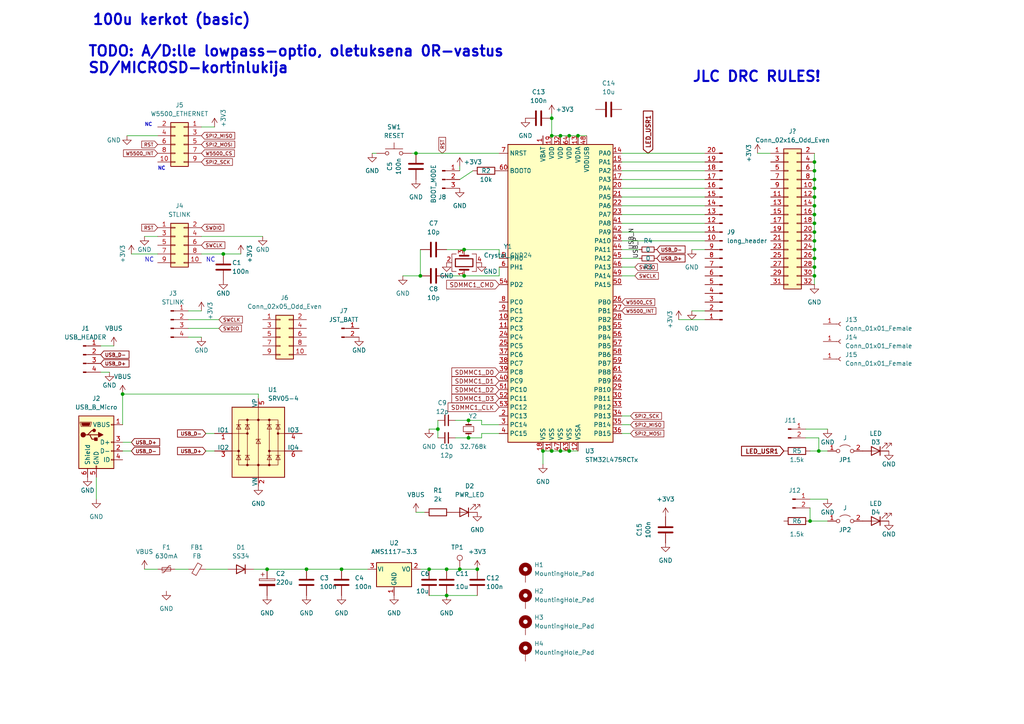
<source format=kicad_sch>
(kicad_sch (version 20211123) (generator eeschema)
  (paper "A4")
  (title_block (title "STM32L475 protoboard") (rev "A") (company "OH3HZB"))
  (junction (at 234.95 151.13))
  (junction (at 236.22 74.93))
  (junction (at 349.25 96.52))
  (junction (at 349.25 140.97))
  (junction (at 344.17 132.08))
  (junction (at 160.02 39.37))
  (junction (at 349.25 106.68))
  (junction (at 129.54 165.1))
  (junction (at 124.46 165.1))
  (junction (at 236.22 57.15))
  (junction (at 165.1 39.37))
  (junction (at 160.02 34.29))
  (junction (at 349.25 124.46))
  (junction (at 64.77 73.66))
  (junction (at 127 124.46))
  (junction (at 355.6 109.22))
  (junction (at 134.62 72.39))
  (junction (at 236.22 59.69))
  (junction (at 157.48 130.81))
  (junction (at 236.22 72.39))
  (junction (at 135.89 127))
  (junction (at 236.22 52.07))
  (junction (at 120.65 44.45))
  (junction (at 133.35 165.1))
  (junction (at 236.22 77.47))
  (junction (at 129.54 172.72))
  (junction (at 236.22 69.85))
  (junction (at 162.56 130.81))
  (junction (at 237.49 130.81))
  (junction (at 35.56 114.3))
  (junction (at 162.56 39.37))
  (junction (at 135.89 121.92))
  (junction (at 77.47 165.1))
  (junction (at 160.02 130.81))
  (junction (at 337.82 148.59))
  (junction (at 236.22 67.31))
  (junction (at 167.64 39.37))
  (junction (at 344.17 96.52))
  (junction (at 407.67 119.38))
  (junction (at 349.25 148.59))
  (junction (at 236.22 46.99))
  (junction (at 134.62 80.01))
  (junction (at 344.17 121.92))
  (junction (at 88.9 165.1))
  (junction (at 121.92 80.01))
  (junction (at 99.06 165.1))
  (junction (at 165.1 130.81))
  (junction (at 138.43 165.1))
  (junction (at 337.82 140.97))
  (junction (at 344.17 104.14))
  (junction (at 236.22 49.53))
  (junction (at 236.22 54.61))
  (junction (at 236.22 62.23))
  (junction (at 358.14 119.38))
  (junction (at 236.22 64.77))
  (junction (at 236.22 80.01))
  (wire (pts (xy 127 124.46) (xy 127 127)))
  (wire (pts (xy 41.91 165.1) (xy 45.72 165.1)))
  (wire (pts (xy 58.42 73.66) (xy 64.77 73.66)))
  (wire (pts (xy 361.95 119.38) (xy 358.14 119.38)))
  (wire (pts (xy 237.49 127) (xy 237.49 130.81)))
  (wire (pts (xy 349.25 106.68) (xy 361.95 106.68)))
  (wire (pts (xy 236.22 57.15) (xy 236.22 59.69)))
  (wire (pts (xy 180.34 46.99) (xy 204.47 46.99)))
  (wire (pts (xy 180.34 52.07) (xy 204.47 52.07)))
  (wire (pts (xy 180.34 69.85) (xy 204.47 69.85)))
  (wire (pts (xy 180.34 77.47) (xy 184.15 77.47)))
  (wire (pts (xy 129.54 172.72) (xy 138.43 172.72)))
  (wire (pts (xy 236.22 54.61) (xy 236.22 57.15)))
  (wire (pts (xy 340.36 106.68) (xy 349.25 106.68)))
  (wire (pts (xy 180.34 123.19) (xy 182.88 123.19)))
  (wire (pts (xy 236.22 52.07) (xy 236.22 54.61)))
  (wire (pts (xy 180.34 74.93) (xy 185.42 74.93)))
  (wire (pts (xy 160.02 130.81) (xy 162.56 130.81)))
  (wire (pts (xy 36.83 39.37) (xy 45.72 39.37)))
  (wire (pts (xy 407.67 116.84) (xy 407.67 119.38)))
  (wire (pts (xy 236.22 74.93) (xy 236.22 77.47)))
  (wire (pts (xy 54.61 92.71) (xy 63.5 92.71)))
  (wire (pts (xy 337.82 140.97) (xy 349.25 140.97)))
  (wire (pts (xy 340.36 116.84) (xy 361.95 116.84)))
  (wire (pts (xy 340.36 109.22) (xy 355.6 109.22)))
  (wire (pts (xy 165.1 130.81) (xy 167.64 130.81)))
  (wire (pts (xy 236.22 46.99) (xy 236.22 49.53)))
  (wire (pts (xy 361.95 111.76) (xy 358.14 111.76)))
  (wire (pts (xy 58.42 68.58) (xy 76.2 68.58)))
  (wire (pts (xy 124.46 165.1) (xy 129.54 165.1)))
  (wire (pts (xy 236.22 49.53) (xy 236.22 52.07)))
  (wire (pts (xy 200.66 72.39) (xy 204.47 72.39)))
  (wire (pts (xy 120.65 44.45) (xy 144.78 44.45)))
  (wire (pts (xy 133.35 52.07) (xy 137.16 49.53)))
  (wire (pts (xy 236.22 69.85) (xy 236.22 72.39)))
  (wire (pts (xy 358.14 119.38) (xy 322.58 119.38)))
  (wire (pts (xy 64.77 73.66) (xy 69.85 73.66)))
  (wire (pts (xy 35.56 128.27) (xy 38.1 128.27)))
  (wire (pts (xy 129.54 165.1) (xy 133.35 165.1)))
  (wire (pts (xy 134.62 80.01) (xy 144.78 80.01)))
  (wire (pts (xy 160.02 39.37) (xy 162.56 39.37)))
  (wire (pts (xy 77.47 165.1) (xy 88.9 165.1)))
  (wire (pts (xy 355.6 96.52) (xy 355.6 101.6)))
  (wire (pts (xy 139.7 121.92) (xy 139.7 123.19)))
  (wire (pts (xy 180.34 44.45) (xy 204.47 44.45)))
  (wire (pts (xy 344.17 96.52) (xy 349.25 96.52)))
  (wire (pts (xy 236.22 59.69) (xy 236.22 62.23)))
  (wire (pts (xy 41.91 68.58) (xy 45.72 68.58)))
  (wire (pts (xy 237.49 130.81) (xy 234.95 130.81)))
  (wire (pts (xy 180.34 59.69) (xy 204.47 59.69)))
  (wire (pts (xy 35.56 114.3) (xy 35.56 123.19)))
  (wire (pts (xy 180.34 125.73) (xy 182.88 125.73)))
  (wire (pts (xy 236.22 80.01) (xy 236.22 82.55)))
  (wire (pts (xy 236.22 64.77) (xy 236.22 67.31)))
  (wire (pts (xy 349.25 140.97) (xy 360.68 140.97)))
  (wire (pts (xy 135.89 121.92) (xy 139.7 121.92)))
  (wire (pts (xy 162.56 39.37) (xy 165.1 39.37)))
  (wire (pts (xy 119.38 44.45) (xy 120.65 44.45)))
  (wire (pts (xy 344.17 121.92) (xy 361.95 121.92)))
  (wire (pts (xy 236.22 62.23) (xy 236.22 64.77)))
  (wire (pts (xy 54.61 90.17) (xy 58.42 90.17)))
  (wire (pts (xy 180.34 67.31) (xy 204.47 67.31)))
  (wire (pts (xy 127 121.92) (xy 127 124.46)))
  (wire (pts (xy 340.36 124.46) (xy 349.25 124.46)))
  (wire (pts (xy 180.34 64.77) (xy 204.47 64.77)))
  (wire (pts (xy 29.21 107.95) (xy 31.75 107.95)))
  (wire (pts (xy 322.58 119.38) (xy 322.58 120.65)))
  (wire (pts (xy 234.95 144.78) (xy 240.03 144.78)))
  (wire (pts (xy 344.17 129.54) (xy 344.17 132.08)))
  (wire (pts (xy 124.46 124.46) (xy 127 124.46)))
  (wire (pts (xy 129.54 72.39) (xy 134.62 72.39)))
  (wire (pts (xy 38.1 73.66) (xy 45.72 73.66)))
  (wire (pts (xy 54.61 95.25) (xy 63.5 95.25)))
  (wire (pts (xy 129.54 80.01) (xy 134.62 80.01)))
  (wire (pts (xy 237.49 130.81) (xy 240.03 130.81)))
  (wire (pts (xy 133.35 49.53) (xy 133.35 48.26)))
  (wire (pts (xy 340.36 121.92) (xy 344.17 121.92)))
  (wire (pts (xy 236.22 77.47) (xy 236.22 80.01)))
  (wire (pts (xy 339.09 132.08) (xy 344.17 132.08)))
  (wire (pts (xy 157.48 130.81) (xy 160.02 130.81)))
  (wire (pts (xy 58.42 36.83) (xy 62.23 36.83)))
  (wire (pts (xy 340.36 104.14) (xy 344.17 104.14)))
  (wire (pts (xy 59.69 130.81) (xy 62.23 130.81)))
  (wire (pts (xy 237.49 127) (xy 233.68 127)))
  (wire (pts (xy 337.82 148.59) (xy 349.25 148.59)))
  (wire (pts (xy 180.34 80.01) (xy 184.15 80.01)))
  (wire (pts (xy 88.9 165.1) (xy 99.06 165.1)))
  (wire (pts (xy 180.34 120.65) (xy 182.88 120.65)))
  (wire (pts (xy 139.7 123.19) (xy 144.78 123.19)))
  (wire (pts (xy 180.34 57.15) (xy 204.47 57.15)))
  (wire (pts (xy 165.1 39.37) (xy 167.64 39.37)))
  (wire (pts (xy 349.25 148.59) (xy 360.68 148.59)))
  (wire (pts (xy 29.21 100.33) (xy 33.02 100.33)))
  (wire (pts (xy 180.34 49.53) (xy 204.47 49.53)))
  (wire (pts (xy 358.14 111.76) (xy 358.14 119.38)))
  (wire (pts (xy 349.25 96.52) (xy 349.25 99.06)))
  (wire (pts (xy 180.34 72.39) (xy 185.42 72.39)))
  (wire (pts (xy 236.22 72.39) (xy 236.22 74.93)))
  (wire (pts (xy 349.25 124.46) (xy 361.95 124.46)))
  (wire (pts (xy 74.93 115.57) (xy 74.93 114.3)))
  (wire (pts (xy 200.66 90.17) (xy 204.47 90.17)))
  (wire (pts (xy 35.56 130.81) (xy 38.1 130.81)))
  (wire (pts (xy 349.25 96.52) (xy 355.6 96.52)))
  (wire (pts (xy 59.69 165.1) (xy 66.04 165.1)))
  (wire (pts (xy 54.61 97.79) (xy 58.42 97.79)))
  (wire (pts (xy 121.92 72.39) (xy 121.92 80.01)))
  (wire (pts (xy 50.8 165.1) (xy 54.61 165.1)))
  (wire (pts (xy 27.94 138.43) (xy 27.94 144.78)))
  (wire (pts (xy 355.6 109.22) (xy 361.95 109.22)))
  (wire (pts (xy 407.67 119.38) (xy 411.48 119.38)))
  (wire (pts (xy 133.35 165.1) (xy 138.43 165.1)))
  (wire (pts (xy 344.17 132.08) (xy 349.25 132.08)))
  (wire (pts (xy 144.78 125.73) (xy 139.7 125.73)))
  (wire (pts (xy 157.48 130.81) (xy 157.48 134.62)))
  (wire (pts (xy 120.65 148.59) (xy 123.19 148.59)))
  (wire (pts (xy 144.78 72.39) (xy 144.78 74.93)))
  (wire (pts (xy 59.69 125.73) (xy 62.23 125.73)))
  (wire (pts (xy 219.71 44.45) (xy 223.52 44.45)))
  (wire (pts (xy 73.66 165.1) (xy 77.47 165.1)))
  (wire (pts (xy 160.02 34.29) (xy 160.02 39.37)))
  (wire (pts (xy 233.68 124.46) (xy 240.03 124.46)))
  (wire (pts (xy 116.84 80.01) (xy 121.92 80.01)))
  (wire (pts (xy 121.92 165.1) (xy 124.46 165.1)))
  (wire (pts (xy 234.95 147.32) (xy 234.95 151.13)))
  (wire (pts (xy 107.95 44.45) (xy 109.22 44.45)))
  (wire (pts (xy 99.06 165.1) (xy 106.68 165.1)))
  (wire (pts (xy 132.08 127) (xy 135.89 127)))
  (wire (pts (xy 167.64 39.37) (xy 170.18 39.37)))
  (wire (pts (xy 180.34 54.61) (xy 204.47 54.61)))
  (wire (pts (xy 344.17 104.14) (xy 361.95 104.14)))
  (wire (pts (xy 162.56 130.81) (xy 165.1 130.81)))
  (wire (pts (xy 236.22 44.45) (xy 236.22 46.99)))
  (wire (pts (xy 317.5 114.3) (xy 361.95 114.3)))
  (wire (pts (xy 139.7 125.73) (xy 139.7 127)))
  (wire (pts (xy 139.7 127) (xy 135.89 127)))
  (wire (pts (xy 236.22 67.31) (xy 236.22 69.85)))
  (wire (pts (xy 134.62 72.39) (xy 144.78 72.39)))
  (wire (pts (xy 234.95 151.13) (xy 240.03 151.13)))
  (wire (pts (xy 180.34 62.23) (xy 204.47 62.23)))
  (wire (pts (xy 74.93 114.3) (xy 35.56 114.3)))
  (wire (pts (xy 144.78 77.47) (xy 144.78 80.01)))
  (wire (pts (xy 132.08 121.92) (xy 135.89 121.92)))
  (wire (pts (xy 124.46 172.72) (xy 129.54 172.72)))
  (wire (pts (xy 160.02 33.02) (xy 160.02 34.29)))
  (wire (pts (xy 196.85 92.71) (xy 204.47 92.71)))
  (text "JLC DRC RULES!" (at 200.66 24.13 0) (effects (font (size 3 3) (thickness 0.6) bold) (justify left bottom)))
  (text "NC" (at 41.91 36.83 0) (effects (font (size 1 1) (thickness 0.2) bold) (justify left bottom)))
  (text "100u kerkot (basic)" (at 26.67 7.62 0) (effects (font (size 3 3) (thickness 0.6) bold) (justify left bottom)))
  (text "NC" (at 41.91 76.2 0) (effects (font (size 1.27 1.27)) (justify left bottom)))
  (text "NC" (at 45.72 49.53 0) (effects (font (size 1 1) (thickness 0.2) bold) (justify left bottom)))
  (text "NC" (at 59.69 76.2 0) (effects (font (size 1.27 1.27)) (justify left bottom)))
  (text "TODO: A/D:lle lowpass-optio, oletuksena 0R-vastus\nSD/MICROSD-kortinlukija" (at 25.4 21.59 0) (effects (font (size 3 3) (thickness 0.6) bold) (justify left bottom)))
  (label "USB_N" (at 184.15 72.39 90))
  (label "USB_P" (at 185.42 74.93 90))
  (global_label "SPI2_MISO" (shape input) (at 182.88 123.19 0) (effects (font (size 1 1))) (property "Intersheet References" "${INTERSHEET_REFS}" (effects hide)))
  (global_label "LED_USR1" (shape input) (at 187.96 44.45 90) (effects (font bold)) (property "Intersheet References" "${INTERSHEET_REFS}" (effects hide)))
  (global_label "SDMMC1_D0" (shape input) (at 340.36 121.92 180) (property "Intersheet References" "${INTERSHEET_REFS}" (effects hide)))
  (global_label "W5500_CS" (shape input) (at 180.34 87.63 0) (effects (font (size 1 1))) (property "Intersheet References" "${INTERSHEET_REFS}" (effects hide)))
  (global_label "SWCLK" (shape input) (at 58.42 71.12 0) (effects (font (size 1 1))) (property "Intersheet References" "${INTERSHEET_REFS}" (effects hide)))
  (global_label "USB_D+" (shape input) (at 59.69 130.81 180) (effects (font (size 1 1) (thickness 0.2) bold)) (property "Intersheet References" "${INTERSHEET_REFS}" (effects hide)))
  (global_label "USB_D+" (shape input) (at 190.5 74.93 0) (effects (font (size 1 1) (thickness 0.2) bold)) (property "Intersheet References" "${INTERSHEET_REFS}" (effects hide)))
  (global_label "W5500_INT" (shape input) (at 45.72 44.45 180) (effects (font (size 1 1))) (property "Intersheet References" "${INTERSHEET_REFS}" (effects hide)))
  (global_label "SWDIO" (shape input) (at 63.5 95.25 0) (effects (font (size 1 1))) (property "Intersheet References" "${INTERSHEET_REFS}" (effects hide)))
  (global_label "RST" (shape input) (at 45.72 41.91 180) (effects (font (size 1 1))) (property "Intersheet References" "${INTERSHEET_REFS}" (effects hide)))
  (global_label "W5500_INT" (shape input) (at 180.34 90.17 0) (effects (font (size 1 1))) (property "Intersheet References" "${INTERSHEET_REFS}" (effects hide)))
  (global_label "USB_D+" (shape input) (at 38.1 128.27 0) (effects (font (size 1 1) (thickness 0.2) bold)) (property "Intersheet References" "${INTERSHEET_REFS}" (effects hide)))
  (global_label "W5500_CS" (shape input) (at 58.42 44.45 0) (effects (font (size 1 1))) (property "Intersheet References" "${INTERSHEET_REFS}" (effects hide)))
  (global_label "SDMMC1_D2" (shape input) (at 144.78 113.03 180) (property "Intersheet References" "${INTERSHEET_REFS}" (effects hide)))
  (global_label "USB_D-" (shape input) (at 38.1 130.81 0) (effects (font (size 1 1) (thickness 0.2) bold)) (property "Intersheet References" "${INTERSHEET_REFS}" (effects hide)))
  (global_label "SWDIO" (shape input) (at 58.42 66.04 0) (effects (font (size 1 1))) (property "Intersheet References" "${INTERSHEET_REFS}" (effects hide)))
  (global_label "SDMMC1_CLK" (shape input) (at 144.78 118.11 180) (property "Intersheet References" "${INTERSHEET_REFS}" (effects hide)))
  (global_label "SDMMC1_D3" (shape input) (at 340.36 106.68 180) (property "Intersheet References" "${INTERSHEET_REFS}" (effects hide)))
  (global_label "SDMMC1_D1" (shape input) (at 144.78 110.49 180) (property "Intersheet References" "${INTERSHEET_REFS}" (effects hide)))
  (global_label "SDMMC1_CLK" (shape input) (at 340.36 116.84 180) (property "Intersheet References" "${INTERSHEET_REFS}" (effects hide)))
  (global_label "USB_D-" (shape input) (at 29.21 102.87 0) (effects (font (size 1 1) (thickness 0.2) bold)) (property "Intersheet References" "${INTERSHEET_REFS}" (effects hide)))
  (global_label "SWDIO" (shape input) (at 184.15 77.47 0) (effects (font (size 1 1))) (property "Intersheet References" "${INTERSHEET_REFS}" (effects hide)))
  (global_label "SPI2_MISO" (shape input) (at 58.42 39.37 0) (effects (font (size 1 1))) (property "Intersheet References" "${INTERSHEET_REFS}" (effects hide)))
  (global_label "SPI2_SCK" (shape input) (at 58.42 46.99 0) (effects (font (size 1 1))) (property "Intersheet References" "${INTERSHEET_REFS}" (effects hide)))
  (global_label "USB_D+" (shape input) (at 29.21 105.41 0) (effects (font (size 1 1) (thickness 0.2) bold)) (property "Intersheet References" "${INTERSHEET_REFS}" (effects hide)))
  (global_label "SDMMC1_CMD" (shape input) (at 340.36 109.22 180) (property "Intersheet References" "${INTERSHEET_REFS}" (effects hide)))
  (global_label "SPI2_MOSI" (shape input) (at 58.42 41.91 0) (effects (font (size 1 1))) (property "Intersheet References" "${INTERSHEET_REFS}" (effects hide)))
  (global_label "SPI2_MOSI" (shape input) (at 182.88 125.73 0) (effects (font (size 1 1))) (property "Intersheet References" "${INTERSHEET_REFS}" (effects hide)))
  (global_label "SDMMC1_D1" (shape input) (at 340.36 124.46 180) (property "Intersheet References" "${INTERSHEET_REFS}" (effects hide)))
  (global_label "SDMMC1_D3" (shape input) (at 144.78 115.57 180) (property "Intersheet References" "${INTERSHEET_REFS}" (effects hide)))
  (global_label "LED_USR1" (shape input) (at 227.33 130.81 180) (effects (font bold)) (property "Intersheet References" "${INTERSHEET_REFS}" (effects hide)))
  (global_label "SPI2_SCK" (shape input) (at 182.88 120.65 0) (effects (font (size 1 1))) (property "Intersheet References" "${INTERSHEET_REFS}" (effects hide)))
  (global_label "SWCLK" (shape input) (at 63.5 92.71 0) (effects (font (size 1 1))) (property "Intersheet References" "${INTERSHEET_REFS}" (effects hide)))
  (global_label "SWCLK" (shape input) (at 184.15 80.01 0) (effects (font (size 1 1))) (property "Intersheet References" "${INTERSHEET_REFS}" (effects hide)))
  (global_label "RST" (shape input) (at 45.72 66.04 180) (effects (font (size 1 1))) (property "Intersheet References" "${INTERSHEET_REFS}" (effects hide)))
  (global_label "RST" (shape input) (at 128.27 44.45 90) (effects (font (size 1 1))) (property "Intersheet References" "${INTERSHEET_REFS}" (effects hide)))
  (global_label "SDMMC1_D0" (shape input) (at 144.78 107.95 180) (property "Intersheet References" "${INTERSHEET_REFS}" (effects hide)))
  (global_label "SDMMC1_CMD" (shape input) (at 144.78 82.55 180) (property "Intersheet References" "${INTERSHEET_REFS}" (effects hide)))
  (global_label "USB_D-" (shape input) (at 59.69 125.73 180) (effects (font (size 1 1) (thickness 0.2) bold)) (property "Intersheet References" "${INTERSHEET_REFS}" (effects hide)))
  (global_label "USB_D-" (shape input) (at 190.5 72.39 0) (effects (font (size 1 1) (thickness 0.2) bold)) (property "Intersheet References" "${INTERSHEET_REFS}" (effects hide)))
  (global_label "SDMMC1_D2" (shape input) (at 340.36 104.14 180) (property "Intersheet References" "${INTERSHEET_REFS}" (effects hide)))
  (symbol (lib_id "power:+3.3V") (at 38.1 73.66 0) (unit 1)
    (property "Reference" "#PWR07" (effects hide))
    (property "Value" "+3.3V" (at 35.56 73.66 90))
  )
  (symbol (lib_id "power:+3.3V") (at 196.85 92.71 0) (unit 1)
    (property "Reference" "#PWR040" (effects hide))
    (property "Value" "+3.3V" (at 194.31 92.71 90))
  )
  (symbol (lib_id "Device:R") (at 344.17 100.33 180) (unit 1)
    (property "Reference" "R7" (at 344.17 100.33 90))
    (property "Value" "10k" (at 346.71 100.33 90))
    (property "Footprint" "Resistor_SMD:R_0603_1608Metric_Pad0.98x0.95mm_HandSolder" (effects hide))
  )
  (symbol (lib_id "Connector:Conn_01x01_Female") (at 243.84 104.14 0) (unit 1)
    (property "Reference" "J15" (at 245.11 102.8699 0) (effects (justify left)))
    (property "Value" "Conn_01x01_Female" (at 245.11 105.4099 0) (effects (justify left)))
    (property "Footprint" "Connector_Wire:SolderWirePad_1x01_SMD_1x2mm" (effects hide))
  )
  (symbol (lib_id "power:GND") (at 157.48 134.62 0) (unit 1)
    (property "Reference" "#PWR036" (effects hide))
    (property "Value" "GND" (at 157.48 139.7 0))
  )
  (symbol (lib_id "power:+3.3V") (at 138.43 165.1 0) (unit 1)
    (property "Reference" "#PWR033" (effects hide))
    (property "Value" "+3.3V" (at 138.43 160.02 0))
  )
  (symbol (lib_id "Device:C_Polarized") (at 77.47 168.91 0) (unit 1)
    (property "Reference" "C2" (at 80.01 166.37 0) (effects (justify left)))
    (property "Value" "220u" (at 80.01 168.91 0) (effects (justify left)))
  )
  (symbol (lib_id "MCU_ST_STM32L4:STM32L475RCTx") (at 162.56 85.09 0) (unit 1)
    (property "Reference" "U3" (at 169.6594 130.81 0) (effects (justify left)))
    (property "Value" "STM32L475RCTx" (at 169.6594 133.35 0) (effects (justify left)))
    (property "Footprint" "Package_QFP:LQFP-64_10x10mm_P0.5mm" (effects hide))
    (property "Datasheet" "http://www.st.com/st-web-ui/static/active/en/resource/technical/document/datasheet/DM00172872.pdf" (effects hide))
  )
  (symbol (lib_id "power:GND") (at 120.65 52.07 0) (unit 1)
    (property "Reference" "#PWR025" (effects hide))
    (property "Value" "GND" (at 120.65 57.15 0))
  )
  (symbol (lib_id "power:GND") (at 107.95 44.45 0) (unit 1)
    (property "Reference" "#PWR022" (effects hide))
    (property "Value" "GND" (at 107.95 49.53 0))
  )
  (symbol (lib_id "power:GND") (at 129.54 76.2 0) (unit 1)
    (property "Reference" "#PWR028" (effects hide))
    (property "Value" "GND" (at 129.54 80.01 0))
  )
  (symbol (lib_id "power:GND") (at 129.54 172.72 0) (unit 1)
    (property "Reference" "#PWR029" (effects hide))
    (property "Value" "GND" (at 129.54 177.8 0))
  )
  (symbol (lib_id "power:GND") (at 236.22 82.55 0) (unit 1)
    (property "Reference" "#PWR045" (effects hide))
    (property "Value" "GND" (at 236.22 87.63 0))
  )
  (symbol (lib_id "Connector:Conn_01x01_Female") (at 243.84 93.98 0) (unit 1)
    (property "Reference" "J13" (at 245.11 92.7099 0) (effects (justify left)))
    (property "Value" "Conn_01x01_Female" (at 245.11 95.2499 0) (effects (justify left)))
    (property "Footprint" "Connector_Wire:SolderWirePad_1x01_SMD_1x2mm" (effects hide))
  )
  (symbol (lib_id "Device:Polyfuse_Small") (at 48.26 165.1 270) (unit 1)
    (property "Reference" "F1" (at 48.26 158.75 90))
    (property "Value" "630mA" (at 48.26 161.29 90))
    (property "Footprint" "Resistor_THT:R_Axial_DIN0207_L6.3mm_D2.5mm_P7.62mm_Horizontal" (effects hide))
  )
  (symbol (lib_id "Device:C") (at 349.25 144.78 180) (unit 1)
    (property "Reference" "C17" (at 341.63 144.78 90))
    (property "Value" "22u" (at 344.17 144.78 90))
    (property "Footprint" "Capacitor_SMD:C_0805_2012Metric_Pad1.18x1.45mm_HandSolder" (effects hide))
  )
  (symbol (lib_id "Device:R") (at 231.14 151.13 90) (unit 1)
    (property "Reference" "R6" (at 231.14 151.13 90))
    (property "Value" "1.5k" (at 231.14 154.94 90))
    (property "Footprint" "Resistor_SMD:R_0805_2012Metric_Pad1.20x1.40mm_HandSolder" (effects hide))
  )
  (symbol (lib_id "power:GND") (at 208.28 -7.62 0) (unit 1)
    (property "Reference" "#PWR043" (effects hide))
    (property "Value" "GND" (at 208.28 -2.54 0))
  )
  (symbol (lib_id "Device:C") (at 156.21 34.29 90) (unit 1)
    (property "Reference" "C13" (at 156.21 26.67 90))
    (property "Value" "100n" (at 156.21 29.21 90))
    (property "Footprint" "Capacitor_SMD:C_0805_2012Metric" (effects hide))
  )
  (symbol (lib_id "Device:R") (at 231.14 130.81 90) (unit 1)
    (property "Reference" "R5" (at 231.14 130.81 90))
    (property "Value" "1.5k" (at 231.14 133.35 90))
    (property "Footprint" "Resistor_SMD:R_0805_2012Metric_Pad1.20x1.40mm_HandSolder" (effects hide))
  )
  (symbol (lib_id "Switch:SW_Push") (at 114.3 44.45 0) (unit 1)
    (property "Reference" "SW1" (at 114.3 36.83 0))
    (property "Value" "RESET" (at 114.3 39.37 0))
    (property "Footprint" "Button_Switch_THT:SW_PUSH_6mm_H4.3mm" (effects hide))
  )
  (symbol (lib_id "power:GND") (at 88.9 172.72 0) (unit 1)
    (property "Reference" "#PWR019" (effects hide))
    (property "Value" "GND" (at 88.9 177.8 0))
  )
  (symbol (lib_id "power:GND") (at 74.93 140.97 0) (unit 1)
    (property "Reference" "#PWR016" (effects hide))
    (property "Value" "GND" (at 74.93 146.05 0))
  )
  (symbol (lib_id "Device:R_Small") (at 187.96 74.93 270) (unit 1)
    (property "Reference" "R4" (at 187.96 69.85 90))
    (property "Value" "0" (at 187.96 72.39 90))
    (property "Footprint" "Resistor_SMD:R_0805_2012Metric_Pad1.20x1.40mm_HandSolder" (effects hide))
  )
  (symbol (lib_id "power:GND") (at 257.81 130.81 0) (unit 1)
    (property "Reference" "#PWR048" (effects hide))
    (property "Value" "GND" (at 257.81 134.62 0))
  )
  (symbol (lib_id "Connector:Conn_01x04_Male") (at 24.13 102.87 0) (unit 1)
    (property "Reference" "J1" (at 24.765 95.25 0))
    (property "Value" "USB_HEADER" (at 24.765 97.79 0))
    (property "Footprint" "Connector_PinHeader_2.54mm:PinHeader_1x04_P2.54mm_Vertical" (effects hide))
  )
  (symbol (lib_id "power:+3.3V") (at 193.04 149.86 0) (unit 1)
    (property "Reference" "#PWR038" (effects hide))
    (property "Value" "+3.3V" (at 193.04 144.78 0))
  )
  (symbol (lib_id "Device:C") (at 129.54 168.91 0) (unit 1)
    (property "Reference" "C11" (at 132.08 166.37 0) (effects (justify left)))
    (property "Value" "10u" (at 132.08 170.18 0) (effects (justify left)))
    (property "Footprint" "Capacitor_SMD:C_0805_2012Metric_Pad1.18x1.45mm_HandSolder" (effects hide))
  )
  (symbol (lib_id "power:GND") (at 257.81 151.13 0) (unit 1)
    (property "Reference" "#PWR049" (effects hide))
    (property "Value" "GND" (at 257.81 154.94 0))
  )
  (symbol (lib_id "power:GND") (at 133.35 54.61 0) (unit 1)
    (property "Reference" "#PWR031" (effects hide))
    (property "Value" "GND" (at 133.35 59.69 0))
  )
  (symbol (lib_id "power:+3.3V") (at 317.5 114.3 0) (unit 1)
    (property "Reference" "#PWR050" (effects hide))
    (property "Value" "+3.3V" (at 321.31 113.03 0))
  )
  (symbol (lib_id "Device:LED") (at 254 130.81 180) (unit 1)
    (property "Reference" "D3" (at 254 128.27 0))
    (property "Value" "LED" (at 254 125.73 0))
    (property "Footprint" "LED_SMD:LED_0805_2012Metric" (effects hide))
  )
  (symbol (lib_id "power:GND") (at 58.42 97.79 0) (unit 1)
    (property "Reference" "#PWR012" (effects hide))
    (property "Value" "GND" (at 58.42 101.6 0))
  )
  (symbol (lib_id "Device:R") (at 349.25 102.87 180) (unit 1)
    (property "Reference" "R9" (at 349.25 102.87 90))
    (property "Value" "10k" (at 351.79 102.87 90))
    (property "Footprint" "Resistor_SMD:R_0603_1608Metric_Pad0.98x0.95mm_HandSolder" (effects hide))
  )
  (symbol (lib_id "power:GND") (at 240.03 144.78 0) (unit 1)
    (property "Reference" "#PWR047" (effects hide))
    (property "Value" "GND" (at 240.03 148.59 0))
  )
  (symbol (lib_id "power:GND") (at 138.43 148.59 0) (unit 1)
    (property "Reference" "#PWR032" (effects hide))
    (property "Value" "GND" (at 138.43 153.67 0))
  )
  (symbol (lib_id "Jumper:Jumper_2_Open") (at 245.11 151.13 0) (unit 1)
    (property "Reference" "JP2" (at 245.11 153.67 0))
    (property "Value" "J" (at 245.11 147.32 0))
    (property "Footprint" "Jumper:SolderJumper-2_P1.3mm_Open_RoundedPad1.0x1.5mm" (effects hide))
  )
  (symbol (lib_id "Device:R") (at 355.6 105.41 180) (unit 1)
    (property "Reference" "R11" (at 355.6 105.41 90))
    (property "Value" "10k" (at 358.14 105.41 90))
    (property "Footprint" "Resistor_SMD:R_0603_1608Metric_Pad0.98x0.95mm_HandSolder" (effects hide))
  )
  (symbol (lib_id "Device:LED") (at 134.62 148.59 180) (unit 1)
    (property "Reference" "D2" (at 136.2075 140.97 0))
    (property "Value" "PWR_LED" (at 136.2075 143.51 0))
    (property "Footprint" "LED_SMD:LED_0805_2012Metric" (effects hide))
    (property "LCSC" "C2297" (effects hide))
  )
  (symbol (lib_id "Connector:SD_Card") (at 384.81 114.3 0) (unit 1)
    (property "Reference" "J16" (at 384.81 96.52 0))
    (property "Value" "SD_Card" (at 384.81 99.06 0))
    (property "Footprint" "Connector_Card:SD_Kyocera_145638109211859+" (effects hide))
    (property "Datasheet" "http://portal.fciconnect.com/Comergent//fci/drawing/10067847.pdf" (effects hide))
  )
  (symbol (lib_id "Connector:Conn_01x01_Female") (at 243.84 99.06 0) (unit 1)
    (property "Reference" "J14" (at 245.11 97.7899 0) (effects (justify left)))
    (property "Value" "Conn_01x01_Female" (at 245.11 100.3299 0) (effects (justify left)))
    (property "Footprint" "Connector_Wire:SolderWirePad_1x01_SMD_1x2mm" (effects hide))
  )
  (symbol (lib_id "Device:C") (at 176.53 31.75 90) (unit 1)
    (property "Reference" "C14" (at 176.53 24.13 90))
    (property "Value" "10u" (at 176.53 26.67 90))
    (property "Footprint" "Capacitor_SMD:C_0805_2012Metric_Pad1.18x1.45mm_HandSolder" (effects hide))
  )
  (symbol (lib_id "power:GND") (at 27.94 144.78 0) (unit 1)
    (property "Reference" "#PWR02" (effects hide))
    (property "Value" "GND" (at 27.94 149.86 0))
  )
  (symbol (lib_id "power:GND") (at 193.04 157.48 0) (unit 1)
    (property "Reference" "#PWR039" (effects hide))
    (property "Value" "GND" (at 193.04 162.56 0))
  )
  (symbol (lib_id "power:GND") (at 76.2 68.58 0) (unit 1)
    (property "Reference" "#PWR017" (effects hide))
    (property "Value" "GND" (at 76.2 72.39 0))
  )
  (symbol (lib_id "power:GND") (at 25.4 138.43 0) (unit 1)
    (property "Reference" "#PWR01" (effects hide))
    (property "Value" "GND" (at 25.4 142.24 0))
  )
  (symbol (lib_id "power:GND") (at 77.47 172.72 0) (unit 1)
    (property "Reference" "#PWR018" (effects hide))
    (property "Value" "GND" (at 77.47 177.8 0))
  )
  (symbol (lib_id "power:VBUS") (at 33.02 100.33 0) (unit 1)
    (property "Reference" "#PWR04" (effects hide))
    (property "Value" "VBUS" (at 33.02 95.25 0))
  )
  (symbol (lib_id "Device:C") (at 88.9 168.91 0) (unit 1)
    (property "Reference" "C3" (at 92.71 167.6399 0) (effects (justify left)))
    (property "Value" "100n" (at 92.71 170.1799 0) (effects (justify left)))
    (property "Footprint" "Capacitor_SMD:C_0805_2012Metric" (effects hide))
  )
  (symbol (lib_id "Mechanical:MountingHole_Pad") (at 152.4 181.61 0) (unit 1)
    (property "Reference" "H3" (at 154.94 179.0699 0) (effects (justify left)))
    (property "Value" "MountingHole_Pad" (at 154.94 181.6099 0) (effects (justify left)))
    (property "Footprint" "MountingHole:MountingHole_3.2mm_M3_DIN965_Pad_TopBottom" (effects hide))
  )
  (symbol (lib_id "Connector:Conn_01x04_Male") (at 49.53 92.71 0) (unit 1)
    (property "Reference" "J3" (at 50.165 85.09 0))
    (property "Value" "STLINK" (at 50.165 87.63 0))
    (property "Footprint" "Connector_PinHeader_2.54mm:PinHeader_1x04_P2.54mm_Vertical" (effects hide))
  )
  (symbol (lib_id "Device:Crystal_GND24") (at 134.62 76.2 90) (unit 1)
    (property "Reference" "Y1" (at 147.32 71.501 90))
    (property "Value" "Crystal_GND24" (at 147.32 74.041 90))
    (property "Footprint" "Crystal:Crystal_SMD_3225-4Pin_3.2x2.5mm" (effects hide))
  )
  (symbol (lib_id "Device:R") (at 344.17 125.73 180) (unit 1)
    (property "Reference" "R8" (at 344.17 125.73 90))
    (property "Value" "10k" (at 346.71 125.73 90))
    (property "Footprint" "Resistor_SMD:R_0603_1608Metric_Pad0.98x0.95mm_HandSolder" (effects hide))
  )
  (symbol (lib_id "Device:C") (at 124.46 168.91 0) (unit 1)
    (property "Reference" "C6" (at 121.92 166.37 0) (effects (justify left)))
    (property "Value" "10u" (at 120.65 171.45 0) (effects (justify left)))
    (property "Footprint" "Capacitor_SMD:C_0805_2012Metric_Pad1.18x1.45mm_HandSolder" (effects hide))
  )
  (symbol (lib_id "Regulator_Linear:AMS1117-3.3") (at 114.3 165.1 0) (unit 1)
    (property "Reference" "U2" (at 114.3 157.48 0))
    (property "Value" "AMS1117-3.3" (at 114.3 160.02 0))
    (property "Footprint" "Package_TO_SOT_SMD:SOT-223-3_TabPin2" (effects hide))
    (property "Datasheet" "http://www.advanced-monolithic.com/pdf/ds1117.pdf" (effects hide))
  )
  (symbol (lib_id "power:GND") (at 139.7 76.2 0) (unit 1)
    (property "Reference" "#PWR034" (effects hide))
    (property "Value" "GND" (at 142.24 78.74 0))
  )
  (symbol (lib_id "power:+3.3V") (at 133.35 48.26 0) (unit 1)
    (property "Reference" "#PWR030" (effects hide))
    (property "Value" "+3.3V" (at 137.16 46.99 0))
  )
  (symbol (lib_id "Device:LED") (at 254 151.13 180) (unit 1)
    (property "Reference" "D4" (at 254 148.59 0))
    (property "Value" "LED" (at 254 146.05 0))
    (property "Footprint" "LED_SMD:LED_0805_2012Metric" (effects hide))
  )
  (symbol (lib_id "power:GND") (at 64.77 81.28 0) (unit 1)
    (property "Reference" "#PWR014" (effects hide))
    (property "Value" "GND" (at 64.77 85.09 0))
  )
  (symbol (lib_id "Power_Protection:SRV05-4") (at 74.93 128.27 0) (unit 1)
    (property "Reference" "U1" (at 77.6987 113.03 0) (effects (justify left)))
    (property "Value" "SRV05-4" (at 77.6987 115.57 0) (effects (justify left)))
    (property "Footprint" "Package_TO_SOT_SMD:SOT-23-6" (effects hide))
    (property "Datasheet" "http://www.onsemi.com/pub/Collateral/SRV05-4-D.PDF" (effects hide))
  )
  (symbol (lib_id "Device:C") (at 193.04 153.67 180) (unit 1)
    (property "Reference" "C15" (at 185.42 153.67 90))
    (property "Value" "100n" (at 187.96 153.67 90))
    (property "Footprint" "Capacitor_SMD:C_0805_2012Metric" (effects hide))
  )
  (symbol (lib_id "Device:C_Small") (at 129.54 121.92 90) (unit 1)
    (property "Reference" "C9" (at 128.27 116.84 90))
    (property "Value" "12p" (at 128.27 119.38 90))
    (property "Footprint" "Capacitor_SMD:C_0603_1608Metric" (effects hide))
  )
  (symbol (lib_id "power:GND") (at 31.75 107.95 0) (unit 1)
    (property "Reference" "#PWR03" (effects hide))
    (property "Value" "GND" (at 31.75 111.76 0))
  )
  (symbol (lib_id "power:+3.3V") (at 160.02 33.02 0) (unit 1)
    (property "Reference" "#PWR037" (effects hide))
    (property "Value" "+3.3V" (at 163.83 31.75 0))
  )
  (symbol (lib_id "Connector:Conn_01x20_Male") (at 209.55 69.85 180) (unit 1)
    (property "Reference" "J9" (at 210.82 67.3099 0) (effects (justify right)))
    (property "Value" "long_header" (at 210.82 69.8499 0) (effects (justify right)))
    (property "Footprint" "Connector_PinHeader_2.54mm:PinHeader_1x20_P2.54mm_Vertical" (effects hide))
  )
  (symbol (lib_id "power:GND") (at 114.3 172.72 0) (unit 1)
    (property "Reference" "#PWR023" (effects hide))
    (property "Value" "GND" (at 114.3 177.8 0))
  )
  (symbol (lib_id "Connector:Conn_01x02_Male") (at 99.06 95.25 0) (unit 1)
    (property "Reference" "J7" (at 99.695 90.17 0))
    (property "Value" "JST_BATT" (at 99.695 92.71 0))
    (property "Footprint" "Connector_PinHeader_2.54mm:PinHeader_1x02_P2.54mm_Vertical" (effects hide))
  )
  (symbol (lib_id "power:GND") (at 41.91 68.58 0) (unit 1)
    (property "Reference" "#PWR08" (effects hide))
    (property "Value" "GND" (at 41.91 72.39 0))
  )
  (symbol (lib_id "power:GND") (at 104.14 97.79 0) (unit 1)
    (property "Reference" "#PWR021" (effects hide))
    (property "Value" "GND" (at 104.14 101.6 0))
  )
  (symbol (lib_id "power:GND") (at 152.4 34.29 0) (unit 1)
    (property "Reference" "#PWR035" (effects hide))
    (property "Value" "GND" (at 152.4 39.37 0))
  )
  (symbol (lib_id "Connector:TestPoint") (at 133.35 165.1 0) (unit 1)
    (property "Reference" "TP1" (at 130.81 158.75 0) (effects (justify left)))
    (property "Value" "TestPoint" (effects hide))
    (property "Footprint" "TestPoint:TestPoint_Pad_D2.0mm" (effects hide))
  )
  (symbol (lib_id "power:GND") (at 411.48 119.38 0) (unit 1)
    (property "Reference" "#PWR056" (effects hide))
    (property "Value" "GND" (at 411.48 123.19 0))
  )
  (symbol (lib_id "Device:C") (at 360.68 144.78 180) (unit 1)
    (property "Reference" "C18" (at 353.06 144.78 90))
    (property "Value" "100n" (at 355.6 144.78 90))
    (property "Footprint" "Capacitor_SMD:C_0805_2012Metric" (effects hide))
  )
  (symbol (lib_id "power:+3.3V") (at 69.85 73.66 0) (unit 1)
    (property "Reference" "#PWR015" (effects hide))
    (property "Value" "+3.3V" (at 72.39 73.66 90))
  )
  (symbol (lib_id "power:GND") (at 337.82 148.59 0) (unit 1)
    (property "Reference" "#PWR053" (effects hide))
    (property "Value" "GND" (at 337.82 152.4 0))
  )
  (symbol (lib_id "Connector:USB_B_Micro") (at 27.94 128.27 0) (unit 1)
    (property "Reference" "J2" (at 27.94 115.57 0))
    (property "Value" "USB_B_Micro" (at 27.94 118.11 0))
    (property "Footprint" "Connector_USB:USB_Micro-B_Molex-105017-0001" (effects hide))
  )
  (symbol (lib_id "Device:R") (at 140.97 49.53 90) (unit 1)
    (property "Reference" "R2" (at 140.97 49.53 90))
    (property "Value" "10k" (at 140.97 52.07 90))
    (property "Footprint" "Resistor_SMD:R_0603_1608Metric_Pad0.98x0.95mm_HandSolder" (effects hide))
  )
  (symbol (lib_id "power:GND") (at 36.83 39.37 0) (unit 1)
    (property "Reference" "#PWR06" (effects hide))
    (property "Value" "GND" (at 33.02 40.64 0))
  )
  (symbol (lib_id "power:+3.3V") (at 337.82 140.97 0) (unit 1)
    (property "Reference" "#PWR052" (effects hide))
    (property "Value" "+3.3V" (at 341.63 139.7 0))
  )
  (symbol (lib_id "power:+3.3V") (at 58.42 90.17 0) (unit 1)
    (property "Reference" "#PWR011" (effects hide))
    (property "Value" "+3.3V" (at 60.96 90.17 90))
  )
  (symbol (lib_id "power:GND") (at 99.06 172.72 0) (unit 1)
    (property "Reference" "#PWR020" (effects hide))
    (property "Value" "GND" (at 99.06 177.8 0))
  )
  (symbol (lib_id "power:GND") (at 322.58 120.65 0) (unit 1)
    (property "Reference" "#PWR051" (effects hide))
    (property "Value" "GND" (at 322.58 124.46 0))
  )
  (symbol (lib_id "power:VBUS") (at 120.65 148.59 0) (unit 1)
    (property "Reference" "#PWR026" (effects hide))
    (property "Value" "VBUS" (at 120.65 143.51 0))
  )
  (symbol (lib_id "Connector_Generic:Conn_02x05_Odd_Even") (at 53.34 41.91 0) (mirror y) (unit 1)
    (property "Reference" "J5" (at 52.07 30.48 0))
    (property "Value" "W5500_ETHERNET" (at 52.07 33.02 0))
    (property "Footprint" "Connector_PinSocket_2.54mm:PinSocket_2x05_P2.54mm_Vertical" (effects hide))
  )
  (symbol (lib_id "Device:FerriteBead_Small") (at 57.15 165.1 90) (unit 1)
    (property "Reference" "FB1" (at 57.1119 158.75 90))
    (property "Value" "FB" (at 57.1119 161.29 90))
    (property "Footprint" "Inductor_SMD:L_0805_2012Metric" (effects hide))
    (property "Datasheet" "https://datasheet.lcsc.com/lcsc/2111221630_Sunlord-GZ2012D101TF_C1015.pdf" (effects hide))
    (property "LCSC" "C1015" (effects hide))
  )
  (symbol (lib_id "Connector:Conn_01x03_Male") (at 128.27 52.07 0) (unit 1)
    (property "Reference" "J8" (at 128.27 57.15 0))
    (property "Value" "BOOT_MODE" (at 125.73 53.34 90))
    (property "Footprint" "Connector_PinHeader_2.54mm:PinHeader_1x03_P2.54mm_Vertical" (effects hide))
  )
  (symbol (lib_id "Device:C") (at 138.43 168.91 0) (unit 1)
    (property "Reference" "C12" (at 140.97 167.64 0) (effects (justify left)))
    (property "Value" "100n" (at 140.97 170.18 0) (effects (justify left)))
    (property "Footprint" "Capacitor_SMD:C_0805_2012Metric" (effects hide))
  )
  (symbol (lib_id "Device:C") (at 337.82 144.78 180) (unit 1)
    (property "Reference" "C16" (at 330.2 144.78 90))
    (property "Value" "22u" (at 332.74 144.78 90))
    (property "Footprint" "Capacitor_SMD:C_0805_2012Metric_Pad1.18x1.45mm_HandSolder" (effects hide))
  )
  (symbol (lib_id "power:+3.3V") (at 344.17 96.52 0) (unit 1)
    (property "Reference" "#PWR055" (effects hide))
    (property "Value" "+3.3V" (at 344.17 92.71 0))
  )
  (symbol (lib_id "Device:C") (at 125.73 72.39 90) (unit 1)
    (property "Reference" "C7" (at 125.73 64.77 90))
    (property "Value" "10p" (at 125.73 67.31 90))
    (property "Footprint" "Capacitor_SMD:C_0603_1608Metric" (effects hide))
  )
  (symbol (lib_id "Device:C") (at 64.77 77.47 0) (unit 1)
    (property "Reference" "C1" (at 67.31 76.2 0) (effects (justify left)))
    (property "Value" "100n" (at 67.31 78.74 0) (effects (justify left)))
    (property "Footprint" "Capacitor_SMD:C_0805_2012Metric" (effects hide))
  )
  (symbol (lib_id "Device:R_Small") (at 187.96 72.39 270) (unit 1)
    (property "Reference" "R3" (at 187.96 77.47 90))
    (property "Value" "0" (at 187.96 74.93 90))
    (property "Footprint" "Resistor_SMD:R_0805_2012Metric_Pad1.20x1.40mm_HandSolder" (effects hide))
  )
  (symbol (lib_id "power:GND") (at 116.84 80.01 0) (unit 1)
    (property "Reference" "#PWR024" (effects hide))
    (property "Value" "GND" (at 116.84 85.09 0))
  )
  (symbol (lib_id "Connector_Generic:Conn_02x05_Odd_Even") (at 81.28 97.79 0) (unit 1)
    (property "Reference" "J6" (at 82.55 86.36 0))
    (property "Value" "Conn_02x05_Odd_Even" (at 82.55 88.9 0))
    (property "Footprint" "Connector_IDC:IDC-Header_2x05_P2.54mm_Vertical" (effects hide))
  )
  (symbol (lib_id "power:+3.3V") (at 219.71 44.45 0) (unit 1)
    (property "Reference" "#PWR044" (effects hide))
    (property "Value" "+3.3V" (at 217.17 44.45 90))
  )
  (symbol (lib_id "Device:C") (at 99.06 168.91 0) (unit 1)
    (property "Reference" "C4" (at 102.87 167.6399 0) (effects (justify left)))
    (property "Value" "100n" (at 102.87 170.1799 0) (effects (justify left)))
    (property "Footprint" "Capacitor_SMD:C_0805_2012Metric" (effects hide))
  )
  (symbol (lib_id "Device:C") (at 120.65 48.26 180) (unit 1)
    (property "Reference" "C5" (at 113.03 48.26 90))
    (property "Value" "100n" (at 115.57 48.26 90))
    (property "Footprint" "Capacitor_SMD:C_0805_2012Metric" (effects hide))
  )
  (symbol (lib_id "Connector:Conn_01x02_Male") (at 229.87 144.78 0) (unit 1)
    (property "Reference" "J12" (at 230.505 142.24 0))
    (property "Value" "Conn_01x02_Male" (effects hide))
    (property "Footprint" "Connector_PinHeader_2.54mm:PinHeader_1x02_P2.54mm_Vertical" (effects hide))
  )
  (symbol (lib_id "Mechanical:MountingHole_Pad") (at 152.4 166.37 0) (unit 1)
    (property "Reference" "H1" (at 154.94 163.8299 0) (effects (justify left)))
    (property "Value" "MountingHole_Pad" (at 154.94 166.3699 0) (effects (justify left)))
    (property "Footprint" "MountingHole:MountingHole_3.2mm_M3_DIN965_Pad_TopBottom" (effects hide))
  )
  (symbol (lib_id "Connector_Generic:Conn_02x16_Odd_Even") (at 228.6 62.23 0) (unit 1)
    (property "Reference" "J?" (at 229.87 38.1 0))
    (property "Value" "Conn_02x16_Odd_Even" (at 229.87 40.64 0))
    (property "Footprint" "Connector_PinHeader_2.54mm:PinHeader_2x16_P2.54mm_Vertical" (effects hide))
  )
  (symbol (lib_id "Jumper:Jumper_2_Open") (at 245.11 130.81 0) (unit 1)
    (property "Reference" "JP1" (at 245.11 133.35 0))
    (property "Value" "J" (at 245.11 127 0))
    (property "Footprint" "Jumper:SolderJumper-2_P1.3mm_Open_RoundedPad1.0x1.5mm" (effects hide))
  )
  (symbol (lib_id "power:+3.3V") (at 62.23 36.83 0) (unit 1)
    (property "Reference" "#PWR013" (effects hide))
    (property "Value" "+3.3V" (at 64.77 34.29 90))
  )
  (symbol (lib_id "power:+3.3V") (at 339.09 132.08 0) (unit 1)
    (property "Reference" "#PWR054" (effects hide))
    (property "Value" "+3.3V" (at 339.09 128.27 0))
  )
  (symbol (lib_id "power:GND") (at 124.46 124.46 0) (unit 1)
    (property "Reference" "#PWR027" (effects hide))
    (property "Value" "GND" (at 124.46 129.54 0))
  )
  (symbol (lib_id "Device:R") (at 349.25 128.27 180) (unit 1)
    (property "Reference" "R10" (at 349.25 128.27 90))
    (property "Value" "10k" (at 351.79 128.27 90))
    (property "Footprint" "Resistor_SMD:R_0603_1608Metric_Pad0.98x0.95mm_HandSolder" (effects hide))
  )
  (symbol (lib_id "Diode:1N4001") (at 69.85 165.1 180) (unit 1)
    (property "Reference" "D1" (at 69.85 158.75 0))
    (property "Value" "SS34" (at 69.85 161.29 0))
    (property "Footprint" "Diode_SMD:D_SMA" (effects hide))
    (property "Datasheet" "http://www.vishay.com/docs/88503/1n4001.pdf" (effects hide))
    (property "LCSC" "C8678" (effects hide))
  )
  (symbol (lib_id "Connector_Generic:Conn_02x05_Odd_Even") (at 50.8 71.12 0) (unit 1)
    (property "Reference" "J4" (at 52.07 59.69 0))
    (property "Value" "STLINK" (at 52.07 62.23 0))
  )
  (symbol (lib_id "power:VBUS") (at 35.56 114.3 0) (unit 1)
    (property "Reference" "#PWR05" (effects hide))
    (property "Value" "VBUS" (at 35.56 109.22 0))
  )
  (symbol (lib_id "Device:C_Small") (at 129.54 127 90) (unit 1)
    (property "Reference" "C10" (at 129.54 129.54 90))
    (property "Value" "12p" (at 129.54 132.08 90))
    (property "Footprint" "Capacitor_SMD:C_0603_1608Metric" (effects hide))
  )
  (symbol (lib_id "Mechanical:MountingHole_Pad") (at 152.4 173.99 0) (unit 1)
    (property "Reference" "H2" (at 154.94 171.4499 0) (effects (justify left)))
    (property "Value" "MountingHole_Pad" (at 154.94 173.9899 0) (effects (justify left)))
    (property "Footprint" "MountingHole:MountingHole_3.2mm_M3_DIN965_Pad_TopBottom" (effects hide))
  )
  (symbol (lib_id "power:VBUS") (at 41.91 165.1 0) (unit 1)
    (property "Reference" "#PWR09" (effects hide))
    (property "Value" "VBUS" (at 41.91 160.02 0))
  )
  (symbol (lib_id "Device:Crystal_Small") (at 135.89 124.46 90) (unit 1)
    (property "Reference" "Y2" (at 135.89 120.65 90) (effects (justify right)))
    (property "Value" "32.768k" (at 133.35 129.54 90) (effects (justify right)))
    (property "Footprint" "Crystal:Crystal_SMD_3215-2Pin_3.2x1.5mm" (effects hide))
    (property "LCSC" "C32346" (effects hide))
  )
  (symbol (lib_id "power:GND") (at 200.66 72.39 0) (unit 1)
    (property "Reference" "#PWR041" (effects hide))
    (property "Value" "GND" (at 200.66 77.47 0))
  )
  (symbol (lib_id "Device:R") (at 127 148.59 90) (unit 1)
    (property "Reference" "R1" (at 127 142.24 90))
    (property "Value" "2k" (at 127 144.78 90))
    (property "Footprint" "Resistor_SMD:R_0603_1608Metric" (effects hide))
  )
  (symbol (lib_id "Device:C") (at 125.73 80.01 270) (unit 1)
    (property "Reference" "C8" (at 125.73 83.82 90))
    (property "Value" "10p" (at 125.73 86.36 90))
    (property "Footprint" "Capacitor_SMD:C_0603_1608Metric" (effects hide))
  )
  (symbol (lib_id "Connector:Conn_01x02_Male") (at 228.6 124.46 0) (unit 1)
    (property "Reference" "J11" (at 229.235 121.92 0))
    (property "Value" "Conn_01x02_Male" (effects hide))
    (property "Footprint" "Connector_PinHeader_2.54mm:PinHeader_1x02_P2.54mm_Vertical" (effects hide))
  )
  (symbol (lib_id "power:GND") (at 48.26 171.45 0) (unit 1)
    (property "Reference" "#PWR010" (effects hide))
    (property "Value" "GND" (at 48.26 176.53 0))
  )
  (symbol (lib_id "power:GND") (at 240.03 124.46 0) (unit 1)
    (property "Reference" "#PWR046" (effects hide))
    (property "Value" "GND" (at 240.03 128.27 0))
  )
  (symbol (lib_id "power:GND") (at 200.66 90.17 0) (unit 1)
    (property "Reference" "#PWR042" (effects hide))
    (property "Value" "GND" (at 200.66 95.25 0))
  )
  (symbol (lib_id "Mechanical:MountingHole_Pad") (at 152.4 189.23 0) (unit 1)
    (property "Reference" "H4" (at 154.94 186.6899 0) (effects (justify left)))
    (property "Value" "MountingHole_Pad" (at 154.94 189.2299 0) (effects (justify left)))
    (property "Footprint" "MountingHole:MountingHole_3.2mm_M3_DIN965_Pad_TopBottom" (effects hide))
  )
)
</source>
